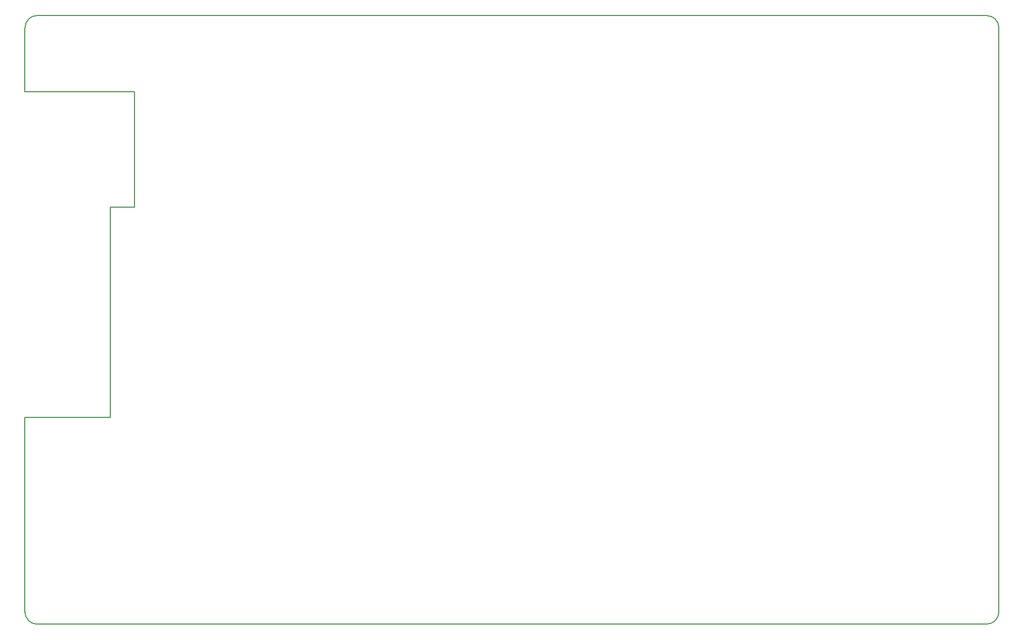
<source format=gm1>
G04 #@! TF.GenerationSoftware,KiCad,Pcbnew,(5.1.5)-3*
G04 #@! TF.CreationDate,2020-06-07T12:27:59+08:00*
G04 #@! TF.ProjectId,HEMAC_MCU,48454d41-435f-44d4-9355-2e6b69636164,rev?*
G04 #@! TF.SameCoordinates,Original*
G04 #@! TF.FileFunction,Profile,NP*
%FSLAX46Y46*%
G04 Gerber Fmt 4.6, Leading zero omitted, Abs format (unit mm)*
G04 Created by KiCad (PCBNEW (5.1.5)-3) date 2020-06-07 12:27:59*
%MOMM*%
%LPD*%
G04 APERTURE LIST*
%ADD10C,0.200000*%
G04 APERTURE END LIST*
D10*
X83000000Y-62500000D02*
X65000000Y-62500000D01*
X83000000Y-81500000D02*
X83000000Y-62500000D01*
X79000000Y-81500000D02*
X83000000Y-81500000D01*
X79000000Y-116000000D02*
X79000000Y-81500000D01*
X65000000Y-116000000D02*
X79000000Y-116000000D01*
X65000000Y-62500000D02*
X65000000Y-52000000D01*
X65000000Y-116000000D02*
X65000000Y-148000000D01*
X225000000Y-148000000D02*
G75*
G02X223000000Y-150000000I-2000000J0D01*
G01*
X67000000Y-150000000D02*
G75*
G02X65000000Y-148000000I0J2000000D01*
G01*
X65000000Y-52000000D02*
G75*
G02X67000000Y-50000000I2000000J0D01*
G01*
X223000000Y-50000000D02*
G75*
G02X225000000Y-52000000I0J-2000000D01*
G01*
X223000000Y-150000000D02*
X67000000Y-150000000D01*
X225000000Y-52000000D02*
X225000000Y-148000000D01*
X67000000Y-50000000D02*
X223000000Y-50000000D01*
M02*

</source>
